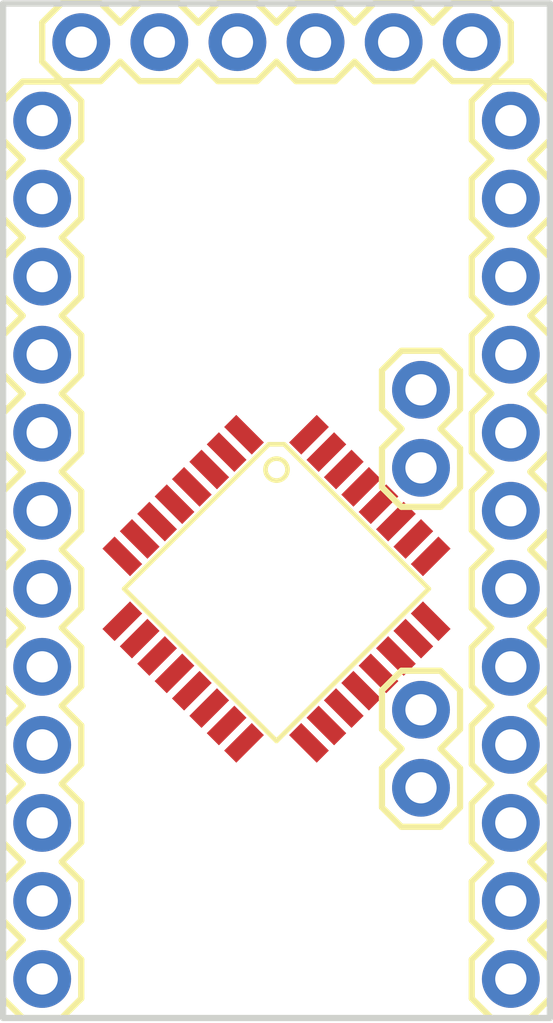
<source format=kicad_pcb>
(kicad_pcb (version 4) (host pcbnew 4.0.0-stable)

  (general
    (links 0)
    (no_connects 0)
    (area 139.598399 88.430099 157.581601 121.653301)
    (thickness 1.6)
    (drawings 10)
    (tracks 0)
    (zones 0)
    (modules 6)
    (nets 1)
  )

  (page A4)
  (layers
    (0 F.Cu signal)
    (31 B.Cu signal)
    (32 B.Adhes user)
    (33 F.Adhes user)
    (34 B.Paste user)
    (35 F.Paste user)
    (36 B.SilkS user)
    (37 F.SilkS user)
    (38 B.Mask user)
    (39 F.Mask user)
    (40 Dwgs.User user)
    (41 Cmts.User user)
    (42 Eco1.User user)
    (43 Eco2.User user)
    (44 Edge.Cuts user)
    (45 Margin user)
    (46 B.CrtYd user)
    (47 F.CrtYd user)
    (48 B.Fab user)
    (49 F.Fab user)
  )

  (setup
    (last_trace_width 0.25)
    (trace_clearance 0.2)
    (zone_clearance 0.508)
    (zone_45_only no)
    (trace_min 0.2)
    (segment_width 0.2)
    (edge_width 0.15)
    (via_size 0.6)
    (via_drill 0.4)
    (via_min_size 0.4)
    (via_min_drill 0.3)
    (uvia_size 0.3)
    (uvia_drill 0.1)
    (uvias_allowed no)
    (uvia_min_size 0.2)
    (uvia_min_drill 0.1)
    (pcb_text_width 0.3)
    (pcb_text_size 1.5 1.5)
    (mod_edge_width 0.15)
    (mod_text_size 1 1)
    (mod_text_width 0.15)
    (pad_size 1.524 1.524)
    (pad_drill 0.762)
    (pad_to_mask_clearance 0.2)
    (aux_axis_origin 0 0)
    (visible_elements FFFFFF7F)
    (pcbplotparams
      (layerselection 0x00030_80000001)
      (usegerberextensions false)
      (excludeedgelayer true)
      (linewidth 0.100000)
      (plotframeref false)
      (viasonmask false)
      (mode 1)
      (useauxorigin false)
      (hpglpennumber 1)
      (hpglpenspeed 20)
      (hpglpendiameter 15)
      (hpglpenoverlay 2)
      (psnegative false)
      (psa4output false)
      (plotreference true)
      (plotvalue true)
      (plotinvisibletext false)
      (padsonsilk false)
      (subtractmaskfromsilk false)
      (outputformat 1)
      (mirror false)
      (drillshape 1)
      (scaleselection 1)
      (outputdirectory ""))
  )

  (net 0 "")

  (net_class Default "Ceci est la Netclass par défaut"
    (clearance 0.2)
    (trace_width 0.25)
    (via_dia 0.6)
    (via_drill 0.4)
    (uvia_dia 0.3)
    (uvia_drill 0.1)
  )
    (module 1X12 (layer B.Cu) (tedit 568C1A7B) (tstamp 0)
    (at 156.21 92.3417 270)
    (fp_text reference JP6 (at 3.1623 3.175 360) (layer Eco1.User)
      (effects (font (size 1.27 1.27) (thickness 0.127)))
    )
    (fp_text value "" (at -1.27 3.81 360) (layer Eco1.User)
      (effects (font (size 1.27 1.27) (thickness 0.1016)))
    )
    (fp_line (start 14.605 -1.27) (end 15.875 -1.27) (layer F.SilkS) (width 0.2032))
    (fp_line (start 15.875 -1.27) (end 16.51 -0.635) (layer F.SilkS) (width 0.2032))
    (fp_line (start 16.51 0.635) (end 15.875 1.27) (layer F.SilkS) (width 0.2032))
    (fp_line (start 11.43 -0.635) (end 12.065 -1.27) (layer F.SilkS) (width 0.2032))
    (fp_line (start 12.065 -1.27) (end 13.335 -1.27) (layer F.SilkS) (width 0.2032))
    (fp_line (start 13.335 -1.27) (end 13.97 -0.635) (layer F.SilkS) (width 0.2032))
    (fp_line (start 13.97 0.635) (end 13.335 1.27) (layer F.SilkS) (width 0.2032))
    (fp_line (start 13.335 1.27) (end 12.065 1.27) (layer F.SilkS) (width 0.2032))
    (fp_line (start 12.065 1.27) (end 11.43 0.635) (layer F.SilkS) (width 0.2032))
    (fp_line (start 14.605 -1.27) (end 13.97 -0.635) (layer F.SilkS) (width 0.2032))
    (fp_line (start 13.97 0.635) (end 14.605 1.27) (layer F.SilkS) (width 0.2032))
    (fp_line (start 15.875 1.27) (end 14.605 1.27) (layer F.SilkS) (width 0.2032))
    (fp_line (start 6.985 -1.27) (end 8.255 -1.27) (layer F.SilkS) (width 0.2032))
    (fp_line (start 8.255 -1.27) (end 8.89 -0.635) (layer F.SilkS) (width 0.2032))
    (fp_line (start 8.89 0.635) (end 8.255 1.27) (layer F.SilkS) (width 0.2032))
    (fp_line (start 8.89 -0.635) (end 9.525 -1.27) (layer F.SilkS) (width 0.2032))
    (fp_line (start 9.525 -1.27) (end 10.795 -1.27) (layer F.SilkS) (width 0.2032))
    (fp_line (start 10.795 -1.27) (end 11.43 -0.635) (layer F.SilkS) (width 0.2032))
    (fp_line (start 11.43 0.635) (end 10.795 1.27) (layer F.SilkS) (width 0.2032))
    (fp_line (start 10.795 1.27) (end 9.525 1.27) (layer F.SilkS) (width 0.2032))
    (fp_line (start 9.525 1.27) (end 8.89 0.635) (layer F.SilkS) (width 0.2032))
    (fp_line (start 3.81 -0.635) (end 4.445 -1.27) (layer F.SilkS) (width 0.2032))
    (fp_line (start 4.445 -1.27) (end 5.715 -1.27) (layer F.SilkS) (width 0.2032))
    (fp_line (start 5.715 -1.27) (end 6.35 -0.635) (layer F.SilkS) (width 0.2032))
    (fp_line (start 6.35 0.635) (end 5.715 1.27) (layer F.SilkS) (width 0.2032))
    (fp_line (start 5.715 1.27) (end 4.445 1.27) (layer F.SilkS) (width 0.2032))
    (fp_line (start 4.445 1.27) (end 3.81 0.635) (layer F.SilkS) (width 0.2032))
    (fp_line (start 6.985 -1.27) (end 6.35 -0.635) (layer F.SilkS) (width 0.2032))
    (fp_line (start 6.35 0.635) (end 6.985 1.27) (layer F.SilkS) (width 0.2032))
    (fp_line (start 8.255 1.27) (end 6.985 1.27) (layer F.SilkS) (width 0.2032))
    (fp_line (start -0.635 -1.27) (end 0.635 -1.27) (layer F.SilkS) (width 0.2032))
    (fp_line (start 0.635 -1.27) (end 1.27 -0.635) (layer F.SilkS) (width 0.2032))
    (fp_line (start 1.27 0.635) (end 0.635 1.27) (layer F.SilkS) (width 0.2032))
    (fp_line (start 1.27 -0.635) (end 1.905 -1.27) (layer F.SilkS) (width 0.2032))
    (fp_line (start 1.905 -1.27) (end 3.175 -1.27) (layer F.SilkS) (width 0.2032))
    (fp_line (start 3.175 -1.27) (end 3.81 -0.635) (layer F.SilkS) (width 0.2032))
    (fp_line (start 3.81 0.635) (end 3.175 1.27) (layer F.SilkS) (width 0.2032))
    (fp_line (start 3.175 1.27) (end 1.905 1.27) (layer F.SilkS) (width 0.2032))
    (fp_line (start 1.905 1.27) (end 1.27 0.635) (layer F.SilkS) (width 0.2032))
    (fp_line (start -1.27 -0.635) (end -1.27 0.635) (layer F.SilkS) (width 0.2032))
    (fp_line (start -0.635 -1.27) (end -1.27 -0.635) (layer F.SilkS) (width 0.2032))
    (fp_line (start -1.27 0.635) (end -0.635 1.27) (layer F.SilkS) (width 0.2032))
    (fp_line (start 0.635 1.27) (end -0.635 1.27) (layer F.SilkS) (width 0.2032))
    (fp_line (start 17.145 -1.27) (end 18.415 -1.27) (layer F.SilkS) (width 0.2032))
    (fp_line (start 18.415 -1.27) (end 19.05 -0.635) (layer F.SilkS) (width 0.2032))
    (fp_line (start 19.05 0.635) (end 18.415 1.27) (layer F.SilkS) (width 0.2032))
    (fp_line (start 17.145 -1.27) (end 16.51 -0.635) (layer F.SilkS) (width 0.2032))
    (fp_line (start 16.51 0.635) (end 17.145 1.27) (layer F.SilkS) (width 0.2032))
    (fp_line (start 18.415 1.27) (end 17.145 1.27) (layer F.SilkS) (width 0.2032))
    (fp_line (start 19.685 -1.27) (end 20.955 -1.27) (layer F.SilkS) (width 0.2032))
    (fp_line (start 20.955 -1.27) (end 21.59 -0.635) (layer F.SilkS) (width 0.2032))
    (fp_line (start 21.59 0.635) (end 20.955 1.27) (layer F.SilkS) (width 0.2032))
    (fp_line (start 19.685 -1.27) (end 19.05 -0.635) (layer F.SilkS) (width 0.2032))
    (fp_line (start 19.05 0.635) (end 19.685 1.27) (layer F.SilkS) (width 0.2032))
    (fp_line (start 20.955 1.27) (end 19.685 1.27) (layer F.SilkS) (width 0.2032))
    (fp_line (start 22.225 -1.27) (end 23.495 -1.27) (layer F.SilkS) (width 0.2032))
    (fp_line (start 23.495 -1.27) (end 24.13 -0.635) (layer F.SilkS) (width 0.2032))
    (fp_line (start 24.13 0.635) (end 23.495 1.27) (layer F.SilkS) (width 0.2032))
    (fp_line (start 22.225 -1.27) (end 21.59 -0.635) (layer F.SilkS) (width 0.2032))
    (fp_line (start 21.59 0.635) (end 22.225 1.27) (layer F.SilkS) (width 0.2032))
    (fp_line (start 23.495 1.27) (end 22.225 1.27) (layer F.SilkS) (width 0.2032))
    (fp_line (start 24.765 -1.27) (end 26.035 -1.27) (layer F.SilkS) (width 0.2032))
    (fp_line (start 26.035 -1.27) (end 26.67 -0.635) (layer F.SilkS) (width 0.2032))
    (fp_line (start 26.67 0.635) (end 26.035 1.27) (layer F.SilkS) (width 0.2032))
    (fp_line (start 24.765 -1.27) (end 24.13 -0.635) (layer F.SilkS) (width 0.2032))
    (fp_line (start 24.13 0.635) (end 24.765 1.27) (layer F.SilkS) (width 0.2032))
    (fp_line (start 26.035 1.27) (end 24.765 1.27) (layer F.SilkS) (width 0.2032))
    (fp_line (start 27.305 -1.27) (end 28.575 -1.27) (layer F.SilkS) (width 0.2032))
    (fp_line (start 28.575 -1.27) (end 29.21 -0.635) (layer F.SilkS) (width 0.2032))
    (fp_line (start 29.21 -0.635) (end 29.21 0.635) (layer F.SilkS) (width 0.2032))
    (fp_line (start 29.21 0.635) (end 28.575 1.27) (layer F.SilkS) (width 0.2032))
    (fp_line (start 27.305 -1.27) (end 26.67 -0.635) (layer F.SilkS) (width 0.2032))
    (fp_line (start 26.67 0.635) (end 27.305 1.27) (layer F.SilkS) (width 0.2032))
    (fp_line (start 28.575 1.27) (end 27.305 1.27) (layer F.SilkS) (width 0.2032))
    (fp_line (start 14.986 0.254) (end 15.494 0.254) (layer Cmts.User) (width 0.127))
    (fp_line (start 15.494 0.254) (end 15.494 -0.254) (layer Cmts.User) (width 0.127))
    (fp_line (start 15.494 -0.254) (end 14.986 -0.254) (layer Cmts.User) (width 0.127))
    (fp_line (start 14.986 -0.254) (end 14.986 0.254) (layer Cmts.User) (width 0.127))
    (fp_line (start 12.446 0.254) (end 12.954 0.254) (layer Cmts.User) (width 0.127))
    (fp_line (start 12.954 0.254) (end 12.954 -0.254) (layer Cmts.User) (width 0.127))
    (fp_line (start 12.954 -0.254) (end 12.446 -0.254) (layer Cmts.User) (width 0.127))
    (fp_line (start 12.446 -0.254) (end 12.446 0.254) (layer Cmts.User) (width 0.127))
    (fp_line (start 9.906 0.254) (end 10.414 0.254) (layer Cmts.User) (width 0.127))
    (fp_line (start 10.414 0.254) (end 10.414 -0.254) (layer Cmts.User) (width 0.127))
    (fp_line (start 10.414 -0.254) (end 9.906 -0.254) (layer Cmts.User) (width 0.127))
    (fp_line (start 9.906 -0.254) (end 9.906 0.254) (layer Cmts.User) (width 0.127))
    (fp_line (start 7.366 0.254) (end 7.874 0.254) (layer Cmts.User) (width 0.127))
    (fp_line (start 7.874 0.254) (end 7.874 -0.254) (layer Cmts.User) (width 0.127))
    (fp_line (start 7.874 -0.254) (end 7.366 -0.254) (layer Cmts.User) (width 0.127))
    (fp_line (start 7.366 -0.254) (end 7.366 0.254) (layer Cmts.User) (width 0.127))
    (fp_line (start 4.826 0.254) (end 5.334 0.254) (layer Cmts.User) (width 0.127))
    (fp_line (start 5.334 0.254) (end 5.334 -0.254) (layer Cmts.User) (width 0.127))
    (fp_line (start 5.334 -0.254) (end 4.826 -0.254) (layer Cmts.User) (width 0.127))
    (fp_line (start 4.826 -0.254) (end 4.826 0.254) (layer Cmts.User) (width 0.127))
    (fp_line (start 2.286 0.254) (end 2.794 0.254) (layer Cmts.User) (width 0.127))
    (fp_line (start 2.794 0.254) (end 2.794 -0.254) (layer Cmts.User) (width 0.127))
    (fp_line (start 2.794 -0.254) (end 2.286 -0.254) (layer Cmts.User) (width 0.127))
    (fp_line (start 2.286 -0.254) (end 2.286 0.254) (layer Cmts.User) (width 0.127))
    (fp_line (start -0.254 0.254) (end 0.254 0.254) (layer Cmts.User) (width 0.127))
    (fp_line (start 0.254 0.254) (end 0.254 -0.254) (layer Cmts.User) (width 0.127))
    (fp_line (start 0.254 -0.254) (end -0.254 -0.254) (layer Cmts.User) (width 0.127))
    (fp_line (start -0.254 -0.254) (end -0.254 0.254) (layer Cmts.User) (width 0.127))
    (fp_line (start 17.526 0.254) (end 18.034 0.254) (layer Cmts.User) (width 0.127))
    (fp_line (start 18.034 0.254) (end 18.034 -0.254) (layer Cmts.User) (width 0.127))
    (fp_line (start 18.034 -0.254) (end 17.526 -0.254) (layer Cmts.User) (width 0.127))
    (fp_line (start 17.526 -0.254) (end 17.526 0.254) (layer Cmts.User) (width 0.127))
    (fp_line (start 20.066 0.254) (end 20.574 0.254) (layer Cmts.User) (width 0.127))
    (fp_line (start 20.574 0.254) (end 20.574 -0.254) (layer Cmts.User) (width 0.127))
    (fp_line (start 20.574 -0.254) (end 20.066 -0.254) (layer Cmts.User) (width 0.127))
    (fp_line (start 20.066 -0.254) (end 20.066 0.254) (layer Cmts.User) (width 0.127))
    (fp_line (start 22.606 0.254) (end 23.114 0.254) (layer Cmts.User) (width 0.127))
    (fp_line (start 23.114 0.254) (end 23.114 -0.254) (layer Cmts.User) (width 0.127))
    (fp_line (start 23.114 -0.254) (end 22.606 -0.254) (layer Cmts.User) (width 0.127))
    (fp_line (start 22.606 -0.254) (end 22.606 0.254) (layer Cmts.User) (width 0.127))
    (fp_line (start 25.146 0.254) (end 25.654 0.254) (layer Cmts.User) (width 0.127))
    (fp_line (start 25.654 0.254) (end 25.654 -0.254) (layer Cmts.User) (width 0.127))
    (fp_line (start 25.654 -0.254) (end 25.146 -0.254) (layer Cmts.User) (width 0.127))
    (fp_line (start 25.146 -0.254) (end 25.146 0.254) (layer Cmts.User) (width 0.127))
    (fp_line (start 27.686 0.254) (end 28.194 0.254) (layer Cmts.User) (width 0.127))
    (fp_line (start 28.194 0.254) (end 28.194 -0.254) (layer Cmts.User) (width 0.127))
    (fp_line (start 28.194 -0.254) (end 27.686 -0.254) (layer Cmts.User) (width 0.127))
    (fp_line (start 27.686 -0.254) (end 27.686 0.254) (layer Cmts.User) (width 0.127))
    (pad 1 thru_hole oval (at 0 0) (size 1.8796 1.8796) (drill 1.016) (layers *.Cu *.Mask))
    (pad 2 thru_hole oval (at 2.54 0) (size 1.8796 1.8796) (drill 1.016) (layers *.Cu *.Mask))
    (pad 3 thru_hole oval (at 5.08 0) (size 1.8796 1.8796) (drill 1.016) (layers *.Cu *.Mask))
    (pad 4 thru_hole oval (at 7.62 0) (size 1.8796 1.8796) (drill 1.016) (layers *.Cu *.Mask))
    (pad 5 thru_hole oval (at 10.16 0) (size 1.8796 1.8796) (drill 1.016) (layers *.Cu *.Mask))
    (pad 6 thru_hole oval (at 12.7 0) (size 1.8796 1.8796) (drill 1.016) (layers *.Cu *.Mask))
    (pad 7 thru_hole oval (at 15.24 0) (size 1.8796 1.8796) (drill 1.016) (layers *.Cu *.Mask))
    (pad 8 thru_hole oval (at 17.78 0) (size 1.8796 1.8796) (drill 1.016) (layers *.Cu *.Mask))
    (pad 9 thru_hole oval (at 20.32 0) (size 1.8796 1.8796) (drill 1.016) (layers *.Cu *.Mask))
    (pad 10 thru_hole oval (at 22.86 0) (size 1.8796 1.8796) (drill 1.016) (layers *.Cu *.Mask))
    (pad 11 thru_hole oval (at 25.4 0) (size 1.8796 1.8796) (drill 1.016) (layers *.Cu *.Mask))
    (pad 12 thru_hole oval (at 27.94 0) (size 1.8796 1.8796) (drill 1.016) (layers *.Cu *.Mask))
  )

  (module 1X12 (layer B.Cu) (tedit 568C1A80) (tstamp 0)
    (at 140.97 120.2817 90)
    (fp_text reference JP7 (at -0.1143 3.429 360) (layer Eco1.User)
      (effects (font (size 1.27 1.27) (thickness 0.127)))
    )
    (fp_text value "" (at -1.27 3.81 360) (layer Eco1.User)
      (effects (font (size 1.27 1.27) (thickness 0.1016)))
    )
    (fp_line (start 14.605 -1.27) (end 15.875 -1.27) (layer F.SilkS) (width 0.2032))
    (fp_line (start 15.875 -1.27) (end 16.51 -0.635) (layer F.SilkS) (width 0.2032))
    (fp_line (start 16.51 0.635) (end 15.875 1.27) (layer F.SilkS) (width 0.2032))
    (fp_line (start 11.43 -0.635) (end 12.065 -1.27) (layer F.SilkS) (width 0.2032))
    (fp_line (start 12.065 -1.27) (end 13.335 -1.27) (layer F.SilkS) (width 0.2032))
    (fp_line (start 13.335 -1.27) (end 13.97 -0.635) (layer F.SilkS) (width 0.2032))
    (fp_line (start 13.97 0.635) (end 13.335 1.27) (layer F.SilkS) (width 0.2032))
    (fp_line (start 13.335 1.27) (end 12.065 1.27) (layer F.SilkS) (width 0.2032))
    (fp_line (start 12.065 1.27) (end 11.43 0.635) (layer F.SilkS) (width 0.2032))
    (fp_line (start 14.605 -1.27) (end 13.97 -0.635) (layer F.SilkS) (width 0.2032))
    (fp_line (start 13.97 0.635) (end 14.605 1.27) (layer F.SilkS) (width 0.2032))
    (fp_line (start 15.875 1.27) (end 14.605 1.27) (layer F.SilkS) (width 0.2032))
    (fp_line (start 6.985 -1.27) (end 8.255 -1.27) (layer F.SilkS) (width 0.2032))
    (fp_line (start 8.255 -1.27) (end 8.89 -0.635) (layer F.SilkS) (width 0.2032))
    (fp_line (start 8.89 0.635) (end 8.255 1.27) (layer F.SilkS) (width 0.2032))
    (fp_line (start 8.89 -0.635) (end 9.525 -1.27) (layer F.SilkS) (width 0.2032))
    (fp_line (start 9.525 -1.27) (end 10.795 -1.27) (layer F.SilkS) (width 0.2032))
    (fp_line (start 10.795 -1.27) (end 11.43 -0.635) (layer F.SilkS) (width 0.2032))
    (fp_line (start 11.43 0.635) (end 10.795 1.27) (layer F.SilkS) (width 0.2032))
    (fp_line (start 10.795 1.27) (end 9.525 1.27) (layer F.SilkS) (width 0.2032))
    (fp_line (start 9.525 1.27) (end 8.89 0.635) (layer F.SilkS) (width 0.2032))
    (fp_line (start 3.81 -0.635) (end 4.445 -1.27) (layer F.SilkS) (width 0.2032))
    (fp_line (start 4.445 -1.27) (end 5.715 -1.27) (layer F.SilkS) (width 0.2032))
    (fp_line (start 5.715 -1.27) (end 6.35 -0.635) (layer F.SilkS) (width 0.2032))
    (fp_line (start 6.35 0.635) (end 5.715 1.27) (layer F.SilkS) (width 0.2032))
    (fp_line (start 5.715 1.27) (end 4.445 1.27) (layer F.SilkS) (width 0.2032))
    (fp_line (start 4.445 1.27) (end 3.81 0.635) (layer F.SilkS) (width 0.2032))
    (fp_line (start 6.985 -1.27) (end 6.35 -0.635) (layer F.SilkS) (width 0.2032))
    (fp_line (start 6.35 0.635) (end 6.985 1.27) (layer F.SilkS) (width 0.2032))
    (fp_line (start 8.255 1.27) (end 6.985 1.27) (layer F.SilkS) (width 0.2032))
    (fp_line (start -0.635 -1.27) (end 0.635 -1.27) (layer F.SilkS) (width 0.2032))
    (fp_line (start 0.635 -1.27) (end 1.27 -0.635) (layer F.SilkS) (width 0.2032))
    (fp_line (start 1.27 0.635) (end 0.635 1.27) (layer F.SilkS) (width 0.2032))
    (fp_line (start 1.27 -0.635) (end 1.905 -1.27) (layer F.SilkS) (width 0.2032))
    (fp_line (start 1.905 -1.27) (end 3.175 -1.27) (layer F.SilkS) (width 0.2032))
    (fp_line (start 3.175 -1.27) (end 3.81 -0.635) (layer F.SilkS) (width 0.2032))
    (fp_line (start 3.81 0.635) (end 3.175 1.27) (layer F.SilkS) (width 0.2032))
    (fp_line (start 3.175 1.27) (end 1.905 1.27) (layer F.SilkS) (width 0.2032))
    (fp_line (start 1.905 1.27) (end 1.27 0.635) (layer F.SilkS) (width 0.2032))
    (fp_line (start -1.27 -0.635) (end -1.27 0.635) (layer F.SilkS) (width 0.2032))
    (fp_line (start -0.635 -1.27) (end -1.27 -0.635) (layer F.SilkS) (width 0.2032))
    (fp_line (start -1.27 0.635) (end -0.635 1.27) (layer F.SilkS) (width 0.2032))
    (fp_line (start 0.635 1.27) (end -0.635 1.27) (layer F.SilkS) (width 0.2032))
    (fp_line (start 17.145 -1.27) (end 18.415 -1.27) (layer F.SilkS) (width 0.2032))
    (fp_line (start 18.415 -1.27) (end 19.05 -0.635) (layer F.SilkS) (width 0.2032))
    (fp_line (start 19.05 0.635) (end 18.415 1.27) (layer F.SilkS) (width 0.2032))
    (fp_line (start 17.145 -1.27) (end 16.51 -0.635) (layer F.SilkS) (width 0.2032))
    (fp_line (start 16.51 0.635) (end 17.145 1.27) (layer F.SilkS) (width 0.2032))
    (fp_line (start 18.415 1.27) (end 17.145 1.27) (layer F.SilkS) (width 0.2032))
    (fp_line (start 19.685 -1.27) (end 20.955 -1.27) (layer F.SilkS) (width 0.2032))
    (fp_line (start 20.955 -1.27) (end 21.59 -0.635) (layer F.SilkS) (width 0.2032))
    (fp_line (start 21.59 0.635) (end 20.955 1.27) (layer F.SilkS) (width 0.2032))
    (fp_line (start 19.685 -1.27) (end 19.05 -0.635) (layer F.SilkS) (width 0.2032))
    (fp_line (start 19.05 0.635) (end 19.685 1.27) (layer F.SilkS) (width 0.2032))
    (fp_line (start 20.955 1.27) (end 19.685 1.27) (layer F.SilkS) (width 0.2032))
    (fp_line (start 22.225 -1.27) (end 23.495 -1.27) (layer F.SilkS) (width 0.2032))
    (fp_line (start 23.495 -1.27) (end 24.13 -0.635) (layer F.SilkS) (width 0.2032))
    (fp_line (start 24.13 0.635) (end 23.495 1.27) (layer F.SilkS) (width 0.2032))
    (fp_line (start 22.225 -1.27) (end 21.59 -0.635) (layer F.SilkS) (width 0.2032))
    (fp_line (start 21.59 0.635) (end 22.225 1.27) (layer F.SilkS) (width 0.2032))
    (fp_line (start 23.495 1.27) (end 22.225 1.27) (layer F.SilkS) (width 0.2032))
    (fp_line (start 24.765 -1.27) (end 26.035 -1.27) (layer F.SilkS) (width 0.2032))
    (fp_line (start 26.035 -1.27) (end 26.67 -0.635) (layer F.SilkS) (width 0.2032))
    (fp_line (start 26.67 0.635) (end 26.035 1.27) (layer F.SilkS) (width 0.2032))
    (fp_line (start 24.765 -1.27) (end 24.13 -0.635) (layer F.SilkS) (width 0.2032))
    (fp_line (start 24.13 0.635) (end 24.765 1.27) (layer F.SilkS) (width 0.2032))
    (fp_line (start 26.035 1.27) (end 24.765 1.27) (layer F.SilkS) (width 0.2032))
    (fp_line (start 27.305 -1.27) (end 28.575 -1.27) (layer F.SilkS) (width 0.2032))
    (fp_line (start 28.575 -1.27) (end 29.21 -0.635) (layer F.SilkS) (width 0.2032))
    (fp_line (start 29.21 -0.635) (end 29.21 0.635) (layer F.SilkS) (width 0.2032))
    (fp_line (start 29.21 0.635) (end 28.575 1.27) (layer F.SilkS) (width 0.2032))
    (fp_line (start 27.305 -1.27) (end 26.67 -0.635) (layer F.SilkS) (width 0.2032))
    (fp_line (start 26.67 0.635) (end 27.305 1.27) (layer F.SilkS) (width 0.2032))
    (fp_line (start 28.575 1.27) (end 27.305 1.27) (layer F.SilkS) (width 0.2032))
    (fp_line (start 14.986 0.254) (end 15.494 0.254) (layer Cmts.User) (width 0.127))
    (fp_line (start 15.494 0.254) (end 15.494 -0.254) (layer Cmts.User) (width 0.127))
    (fp_line (start 15.494 -0.254) (end 14.986 -0.254) (layer Cmts.User) (width 0.127))
    (fp_line (start 14.986 -0.254) (end 14.986 0.254) (layer Cmts.User) (width 0.127))
    (fp_line (start 12.446 0.254) (end 12.954 0.254) (layer Cmts.User) (width 0.127))
    (fp_line (start 12.954 0.254) (end 12.954 -0.254) (layer Cmts.User) (width 0.127))
    (fp_line (start 12.954 -0.254) (end 12.446 -0.254) (layer Cmts.User) (width 0.127))
    (fp_line (start 12.446 -0.254) (end 12.446 0.254) (layer Cmts.User) (width 0.127))
    (fp_line (start 9.906 0.254) (end 10.414 0.254) (layer Cmts.User) (width 0.127))
    (fp_line (start 10.414 0.254) (end 10.414 -0.254) (layer Cmts.User) (width 0.127))
    (fp_line (start 10.414 -0.254) (end 9.906 -0.254) (layer Cmts.User) (width 0.127))
    (fp_line (start 9.906 -0.254) (end 9.906 0.254) (layer Cmts.User) (width 0.127))
    (fp_line (start 7.366 0.254) (end 7.874 0.254) (layer Cmts.User) (width 0.127))
    (fp_line (start 7.874 0.254) (end 7.874 -0.254) (layer Cmts.User) (width 0.127))
    (fp_line (start 7.874 -0.254) (end 7.366 -0.254) (layer Cmts.User) (width 0.127))
    (fp_line (start 7.366 -0.254) (end 7.366 0.254) (layer Cmts.User) (width 0.127))
    (fp_line (start 4.826 0.254) (end 5.334 0.254) (layer Cmts.User) (width 0.127))
    (fp_line (start 5.334 0.254) (end 5.334 -0.254) (layer Cmts.User) (width 0.127))
    (fp_line (start 5.334 -0.254) (end 4.826 -0.254) (layer Cmts.User) (width 0.127))
    (fp_line (start 4.826 -0.254) (end 4.826 0.254) (layer Cmts.User) (width 0.127))
    (fp_line (start 2.286 0.254) (end 2.794 0.254) (layer Cmts.User) (width 0.127))
    (fp_line (start 2.794 0.254) (end 2.794 -0.254) (layer Cmts.User) (width 0.127))
    (fp_line (start 2.794 -0.254) (end 2.286 -0.254) (layer Cmts.User) (width 0.127))
    (fp_line (start 2.286 -0.254) (end 2.286 0.254) (layer Cmts.User) (width 0.127))
    (fp_line (start -0.254 0.254) (end 0.254 0.254) (layer Cmts.User) (width 0.127))
    (fp_line (start 0.254 0.254) (end 0.254 -0.254) (layer Cmts.User) (width 0.127))
    (fp_line (start 0.254 -0.254) (end -0.254 -0.254) (layer Cmts.User) (width 0.127))
    (fp_line (start -0.254 -0.254) (end -0.254 0.254) (layer Cmts.User) (width 0.127))
    (fp_line (start 17.526 0.254) (end 18.034 0.254) (layer Cmts.User) (width 0.127))
    (fp_line (start 18.034 0.254) (end 18.034 -0.254) (layer Cmts.User) (width 0.127))
    (fp_line (start 18.034 -0.254) (end 17.526 -0.254) (layer Cmts.User) (width 0.127))
    (fp_line (start 17.526 -0.254) (end 17.526 0.254) (layer Cmts.User) (width 0.127))
    (fp_line (start 20.066 0.254) (end 20.574 0.254) (layer Cmts.User) (width 0.127))
    (fp_line (start 20.574 0.254) (end 20.574 -0.254) (layer Cmts.User) (width 0.127))
    (fp_line (start 20.574 -0.254) (end 20.066 -0.254) (layer Cmts.User) (width 0.127))
    (fp_line (start 20.066 -0.254) (end 20.066 0.254) (layer Cmts.User) (width 0.127))
    (fp_line (start 22.606 0.254) (end 23.114 0.254) (layer Cmts.User) (width 0.127))
    (fp_line (start 23.114 0.254) (end 23.114 -0.254) (layer Cmts.User) (width 0.127))
    (fp_line (start 23.114 -0.254) (end 22.606 -0.254) (layer Cmts.User) (width 0.127))
    (fp_line (start 22.606 -0.254) (end 22.606 0.254) (layer Cmts.User) (width 0.127))
    (fp_line (start 25.146 0.254) (end 25.654 0.254) (layer Cmts.User) (width 0.127))
    (fp_line (start 25.654 0.254) (end 25.654 -0.254) (layer Cmts.User) (width 0.127))
    (fp_line (start 25.654 -0.254) (end 25.146 -0.254) (layer Cmts.User) (width 0.127))
    (fp_line (start 25.146 -0.254) (end 25.146 0.254) (layer Cmts.User) (width 0.127))
    (fp_line (start 27.686 0.254) (end 28.194 0.254) (layer Cmts.User) (width 0.127))
    (fp_line (start 28.194 0.254) (end 28.194 -0.254) (layer Cmts.User) (width 0.127))
    (fp_line (start 28.194 -0.254) (end 27.686 -0.254) (layer Cmts.User) (width 0.127))
    (fp_line (start 27.686 -0.254) (end 27.686 0.254) (layer Cmts.User) (width 0.127))
    (pad 1 thru_hole oval (at 0 0 180) (size 1.8796 1.8796) (drill 1.016) (layers *.Cu *.Mask))
    (pad 2 thru_hole oval (at 2.54 0 180) (size 1.8796 1.8796) (drill 1.016) (layers *.Cu *.Mask))
    (pad 3 thru_hole oval (at 5.08 0 180) (size 1.8796 1.8796) (drill 1.016) (layers *.Cu *.Mask))
    (pad 4 thru_hole oval (at 7.62 0 180) (size 1.8796 1.8796) (drill 1.016) (layers *.Cu *.Mask))
    (pad 5 thru_hole oval (at 10.16 0 180) (size 1.8796 1.8796) (drill 1.016) (layers *.Cu *.Mask))
    (pad 6 thru_hole oval (at 12.7 0 180) (size 1.8796 1.8796) (drill 1.016) (layers *.Cu *.Mask))
    (pad 7 thru_hole oval (at 15.24 0 180) (size 1.8796 1.8796) (drill 1.016) (layers *.Cu *.Mask))
    (pad 8 thru_hole oval (at 17.78 0 180) (size 1.8796 1.8796) (drill 1.016) (layers *.Cu *.Mask))
    (pad 9 thru_hole oval (at 20.32 0 180) (size 1.8796 1.8796) (drill 1.016) (layers *.Cu *.Mask))
    (pad 10 thru_hole oval (at 22.86 0 180) (size 1.8796 1.8796) (drill 1.016) (layers *.Cu *.Mask))
    (pad 11 thru_hole oval (at 25.4 0 180) (size 1.8796 1.8796) (drill 1.016) (layers *.Cu *.Mask))
    (pad 12 thru_hole oval (at 27.94 0 180) (size 1.8796 1.8796) (drill 1.016) (layers *.Cu *.Mask))
  )

  (module 1X02 (layer B.Cu) (tedit 568C1A51) (tstamp 0)
    (at 153.289 103.6447 90)
    (fp_text reference JP2 (at 4.5847 -0.127 360) (layer Eco1.User)
      (effects (font (size 1.27 1.27) (thickness 0.127)))
    )
    (fp_text value "" (at -1.27 3.81 360) (layer Eco1.User)
      (effects (font (size 1.27 1.27) (thickness 0.1016)))
    )
    (fp_line (start -0.635 -1.27) (end 0.635 -1.27) (layer F.SilkS) (width 0.2032))
    (fp_line (start 0.635 -1.27) (end 1.27 -0.635) (layer F.SilkS) (width 0.2032))
    (fp_line (start 1.27 0.635) (end 0.635 1.27) (layer F.SilkS) (width 0.2032))
    (fp_line (start 1.27 -0.635) (end 1.905 -1.27) (layer F.SilkS) (width 0.2032))
    (fp_line (start 1.905 -1.27) (end 3.175 -1.27) (layer F.SilkS) (width 0.2032))
    (fp_line (start 3.175 -1.27) (end 3.81 -0.635) (layer F.SilkS) (width 0.2032))
    (fp_line (start 3.81 0.635) (end 3.175 1.27) (layer F.SilkS) (width 0.2032))
    (fp_line (start 3.175 1.27) (end 1.905 1.27) (layer F.SilkS) (width 0.2032))
    (fp_line (start 1.905 1.27) (end 1.27 0.635) (layer F.SilkS) (width 0.2032))
    (fp_line (start -1.27 -0.635) (end -1.27 0.635) (layer F.SilkS) (width 0.2032))
    (fp_line (start -0.635 -1.27) (end -1.27 -0.635) (layer F.SilkS) (width 0.2032))
    (fp_line (start -1.27 0.635) (end -0.635 1.27) (layer F.SilkS) (width 0.2032))
    (fp_line (start 0.635 1.27) (end -0.635 1.27) (layer F.SilkS) (width 0.2032))
    (fp_line (start 3.81 -0.635) (end 3.81 0.635) (layer F.SilkS) (width 0.2032))
    (fp_line (start 2.286 0.254) (end 2.794 0.254) (layer Cmts.User) (width 0.127))
    (fp_line (start 2.794 0.254) (end 2.794 -0.254) (layer Cmts.User) (width 0.127))
    (fp_line (start 2.794 -0.254) (end 2.286 -0.254) (layer Cmts.User) (width 0.127))
    (fp_line (start 2.286 -0.254) (end 2.286 0.254) (layer Cmts.User) (width 0.127))
    (fp_line (start -0.254 0.254) (end 0.254 0.254) (layer Cmts.User) (width 0.127))
    (fp_line (start 0.254 0.254) (end 0.254 -0.254) (layer Cmts.User) (width 0.127))
    (fp_line (start 0.254 -0.254) (end -0.254 -0.254) (layer Cmts.User) (width 0.127))
    (fp_line (start -0.254 -0.254) (end -0.254 0.254) (layer Cmts.User) (width 0.127))
    (pad 1 thru_hole oval (at 0 0 180) (size 1.8796 1.8796) (drill 1.016) (layers *.Cu *.Mask))
    (pad 2 thru_hole oval (at 2.54 0 180) (size 1.8796 1.8796) (drill 1.016) (layers *.Cu *.Mask))
  )
  
    (module TQFP32-08 (layer F.Cu) (tedit 568C1A55) (tstamp 0)
    (at 148.59 107.5817 315)
    (descr "<B>Thin Plasic Quad Flat Package</B> Grid 0.8 mm")
    (fp_text reference U1 (at -0.457993 -0.457993 360) (layer Eco1.User)
      (effects (font (size 0.4064 0.4064) (thickness 0.03048)))
    )
    (fp_text value ATMEGA328 (at 0.260427 0.080822 360) (layer Eco1.User)
      (effects (font (size 0.4064 0.4064) (thickness 0.03048)))
    )
    (fp_line (start 3.50266 -3.50266) (end 3.50266 3.50266) (layer F.SilkS) (width 0.1524))
    (fp_line (start 3.50266 3.50266) (end -3.50266 3.50266) (layer F.SilkS) (width 0.1524))
    (fp_line (start -3.50266 3.50266) (end -3.50266 -3.1496) (layer F.SilkS) (width 0.1524))
    (fp_line (start -3.1496 -3.50266) (end 3.50266 -3.50266) (layer F.SilkS) (width 0.1524))
    (fp_line (start -3.1496 -3.50266) (end -3.50266 -3.1496) (layer F.SilkS) (width 0.1524))
    (fp_circle (center -2.7432 -2.7432) (end -2.38506 -2.7432) (layer F.SilkS) (width 0.1524))
    (fp_line (start -4.5466 -2.57048) (end -3.556 -2.57048) (layer Cmts.User) (width 0.127))
    (fp_line (start -3.556 -2.57048) (end -3.556 -3.02768) (layer Cmts.User) (width 0.127))
    (fp_line (start -3.556 -3.02768) (end -4.5466 -3.02768) (layer Cmts.User) (width 0.127))
    (fp_line (start -4.5466 -3.02768) (end -4.5466 -2.57048) (layer Cmts.User) (width 0.127))
    (fp_line (start -4.5466 -1.77038) (end -3.556 -1.77038) (layer Cmts.User) (width 0.127))
    (fp_line (start -3.556 -1.77038) (end -3.556 -2.22758) (layer Cmts.User) (width 0.127))
    (fp_line (start -3.556 -2.22758) (end -4.5466 -2.22758) (layer Cmts.User) (width 0.127))
    (fp_line (start -4.5466 -2.22758) (end -4.5466 -1.77038) (layer Cmts.User) (width 0.127))
    (fp_line (start -4.5466 -0.97028) (end -3.556 -0.97028) (layer Cmts.User) (width 0.127))
    (fp_line (start -3.556 -0.97028) (end -3.556 -1.42748) (layer Cmts.User) (width 0.127))
    (fp_line (start -3.556 -1.42748) (end -4.5466 -1.42748) (layer Cmts.User) (width 0.127))
    (fp_line (start -4.5466 -1.42748) (end -4.5466 -0.97028) (layer Cmts.User) (width 0.127))
    (fp_line (start -4.5466 -0.17018) (end -3.556 -0.17018) (layer Cmts.User) (width 0.127))
    (fp_line (start -3.556 -0.17018) (end -3.556 -0.62738) (layer Cmts.User) (width 0.127))
    (fp_line (start -3.556 -0.62738) (end -4.5466 -0.62738) (layer Cmts.User) (width 0.127))
    (fp_line (start -4.5466 -0.62738) (end -4.5466 -0.17018) (layer Cmts.User) (width 0.127))
    (fp_line (start -4.5466 0.62738) (end -3.556 0.62738) (layer Cmts.User) (width 0.127))
    (fp_line (start -3.556 0.62738) (end -3.556 0.17018) (layer Cmts.User) (width 0.127))
    (fp_line (start -3.556 0.17018) (end -4.5466 0.17018) (layer Cmts.User) (width 0.127))
    (fp_line (start -4.5466 0.17018) (end -4.5466 0.62738) (layer Cmts.User) (width 0.127))
    (fp_line (start -4.5466 1.42748) (end -3.556 1.42748) (layer Cmts.User) (width 0.127))
    (fp_line (start -3.556 1.42748) (end -3.556 0.97028) (layer Cmts.User) (width 0.127))
    (fp_line (start -3.556 0.97028) (end -4.5466 0.97028) (layer Cmts.User) (width 0.127))
    (fp_line (start -4.5466 0.97028) (end -4.5466 1.42748) (layer Cmts.User) (width 0.127))
    (fp_line (start -4.5466 2.22758) (end -3.556 2.22758) (layer Cmts.User) (width 0.127))
    (fp_line (start -3.556 2.22758) (end -3.556 1.77038) (layer Cmts.User) (width 0.127))
    (fp_line (start -3.556 1.77038) (end -4.5466 1.77038) (layer Cmts.User) (width 0.127))
    (fp_line (start -4.5466 1.77038) (end -4.5466 2.22758) (layer Cmts.User) (width 0.127))
    (fp_line (start -4.5466 3.02768) (end -3.556 3.02768) (layer Cmts.User) (width 0.127))
    (fp_line (start -3.556 3.02768) (end -3.556 2.57048) (layer Cmts.User) (width 0.127))
    (fp_line (start -3.556 2.57048) (end -4.5466 2.57048) (layer Cmts.User) (width 0.127))
    (fp_line (start -4.5466 2.57048) (end -4.5466 3.02768) (layer Cmts.User) (width 0.127))
    (fp_line (start -3.02768 4.5466) (end -2.57048 4.5466) (layer Cmts.User) (width 0.127))
    (fp_line (start -2.57048 4.5466) (end -2.57048 3.556) (layer Cmts.User) (width 0.127))
    (fp_line (start -2.57048 3.556) (end -3.02768 3.556) (layer Cmts.User) (width 0.127))
    (fp_line (start -3.02768 3.556) (end -3.02768 4.5466) (layer Cmts.User) (width 0.127))
    (fp_line (start -2.22758 4.5466) (end -1.77038 4.5466) (layer Cmts.User) (width 0.127))
    (fp_line (start -1.77038 4.5466) (end -1.77038 3.556) (layer Cmts.User) (width 0.127))
    (fp_line (start -1.77038 3.556) (end -2.22758 3.556) (layer Cmts.User) (width 0.127))
    (fp_line (start -2.22758 3.556) (end -2.22758 4.5466) (layer Cmts.User) (width 0.127))
    (fp_line (start -1.42748 4.5466) (end -0.97028 4.5466) (layer Cmts.User) (width 0.127))
    (fp_line (start -0.97028 4.5466) (end -0.97028 3.556) (layer Cmts.User) (width 0.127))
    (fp_line (start -0.97028 3.556) (end -1.42748 3.556) (layer Cmts.User) (width 0.127))
    (fp_line (start -1.42748 3.556) (end -1.42748 4.5466) (layer Cmts.User) (width 0.127))
    (fp_line (start -0.62738 4.5466) (end -0.17018 4.5466) (layer Cmts.User) (width 0.127))
    (fp_line (start -0.17018 4.5466) (end -0.17018 3.556) (layer Cmts.User) (width 0.127))
    (fp_line (start -0.17018 3.556) (end -0.62738 3.556) (layer Cmts.User) (width 0.127))
    (fp_line (start -0.62738 3.556) (end -0.62738 4.5466) (layer Cmts.User) (width 0.127))
    (fp_line (start 0.17018 4.5466) (end 0.62738 4.5466) (layer Cmts.User) (width 0.127))
    (fp_line (start 0.62738 4.5466) (end 0.62738 3.556) (layer Cmts.User) (width 0.127))
    (fp_line (start 0.62738 3.556) (end 0.17018 3.556) (layer Cmts.User) (width 0.127))
    (fp_line (start 0.17018 3.556) (end 0.17018 4.5466) (layer Cmts.User) (width 0.127))
    (fp_line (start 0.97028 4.5466) (end 1.42748 4.5466) (layer Cmts.User) (width 0.127))
    (fp_line (start 1.42748 4.5466) (end 1.42748 3.556) (layer Cmts.User) (width 0.127))
    (fp_line (start 1.42748 3.556) (end 0.97028 3.556) (layer Cmts.User) (width 0.127))
    (fp_line (start 0.97028 3.556) (end 0.97028 4.5466) (layer Cmts.User) (width 0.127))
    (fp_line (start 1.77038 4.5466) (end 2.22758 4.5466) (layer Cmts.User) (width 0.127))
    (fp_line (start 2.22758 4.5466) (end 2.22758 3.556) (layer Cmts.User) (width 0.127))
    (fp_line (start 2.22758 3.556) (end 1.77038 3.556) (layer Cmts.User) (width 0.127))
    (fp_line (start 1.77038 3.556) (end 1.77038 4.5466) (layer Cmts.User) (width 0.127))
    (fp_line (start 2.57048 4.5466) (end 3.02768 4.5466) (layer Cmts.User) (width 0.127))
    (fp_line (start 3.02768 4.5466) (end 3.02768 3.556) (layer Cmts.User) (width 0.127))
    (fp_line (start 3.02768 3.556) (end 2.57048 3.556) (layer Cmts.User) (width 0.127))
    (fp_line (start 2.57048 3.556) (end 2.57048 4.5466) (layer Cmts.User) (width 0.127))
    (fp_line (start 3.556 3.02768) (end 4.5466 3.02768) (layer Cmts.User) (width 0.127))
    (fp_line (start 4.5466 3.02768) (end 4.5466 2.57048) (layer Cmts.User) (width 0.127))
    (fp_line (start 4.5466 2.57048) (end 3.556 2.57048) (layer Cmts.User) (width 0.127))
    (fp_line (start 3.556 2.57048) (end 3.556 3.02768) (layer Cmts.User) (width 0.127))
    (fp_line (start 3.556 2.22758) (end 4.5466 2.22758) (layer Cmts.User) (width 0.127))
    (fp_line (start 4.5466 2.22758) (end 4.5466 1.77038) (layer Cmts.User) (width 0.127))
    (fp_line (start 4.5466 1.77038) (end 3.556 1.77038) (layer Cmts.User) (width 0.127))
    (fp_line (start 3.556 1.77038) (end 3.556 2.22758) (layer Cmts.User) (width 0.127))
    (fp_line (start 3.556 1.42748) (end 4.5466 1.42748) (layer Cmts.User) (width 0.127))
    (fp_line (start 4.5466 1.42748) (end 4.5466 0.97028) (layer Cmts.User) (width 0.127))
    (fp_line (start 4.5466 0.97028) (end 3.556 0.97028) (layer Cmts.User) (width 0.127))
    (fp_line (start 3.556 0.97028) (end 3.556 1.42748) (layer Cmts.User) (width 0.127))
    (fp_line (start 3.556 0.62738) (end 4.5466 0.62738) (layer Cmts.User) (width 0.127))
    (fp_line (start 4.5466 0.62738) (end 4.5466 0.17018) (layer Cmts.User) (width 0.127))
    (fp_line (start 4.5466 0.17018) (end 3.556 0.17018) (layer Cmts.User) (width 0.127))
    (fp_line (start 3.556 0.17018) (end 3.556 0.62738) (layer Cmts.User) (width 0.127))
    (fp_line (start 3.556 -0.17018) (end 4.5466 -0.17018) (layer Cmts.User) (width 0.127))
    (fp_line (start 4.5466 -0.17018) (end 4.5466 -0.62738) (layer Cmts.User) (width 0.127))
    (fp_line (start 4.5466 -0.62738) (end 3.556 -0.62738) (layer Cmts.User) (width 0.127))
    (fp_line (start 3.556 -0.62738) (end 3.556 -0.17018) (layer Cmts.User) (width 0.127))
    (fp_line (start 3.556 -0.97028) (end 4.5466 -0.97028) (layer Cmts.User) (width 0.127))
    (fp_line (start 4.5466 -0.97028) (end 4.5466 -1.42748) (layer Cmts.User) (width 0.127))
    (fp_line (start 4.5466 -1.42748) (end 3.556 -1.42748) (layer Cmts.User) (width 0.127))
    (fp_line (start 3.556 -1.42748) (end 3.556 -0.97028) (layer Cmts.User) (width 0.127))
    (fp_line (start 3.556 -1.77038) (end 4.5466 -1.77038) (layer Cmts.User) (width 0.127))
    (fp_line (start 4.5466 -1.77038) (end 4.5466 -2.22758) (layer Cmts.User) (width 0.127))
    (fp_line (start 4.5466 -2.22758) (end 3.556 -2.22758) (layer Cmts.User) (width 0.127))
    (fp_line (start 3.556 -2.22758) (end 3.556 -1.77038) (layer Cmts.User) (width 0.127))
    (fp_line (start 3.556 -2.57048) (end 4.5466 -2.57048) (layer Cmts.User) (width 0.127))
    (fp_line (start 4.5466 -2.57048) (end 4.5466 -3.02768) (layer Cmts.User) (width 0.127))
    (fp_line (start 4.5466 -3.02768) (end 3.556 -3.02768) (layer Cmts.User) (width 0.127))
    (fp_line (start 3.556 -3.02768) (end 3.556 -2.57048) (layer Cmts.User) (width 0.127))
    (fp_line (start 2.57048 -3.556) (end 3.02768 -3.556) (layer Cmts.User) (width 0.127))
    (fp_line (start 3.02768 -3.556) (end 3.02768 -4.5466) (layer Cmts.User) (width 0.127))
    (fp_line (start 3.02768 -4.5466) (end 2.57048 -4.5466) (layer Cmts.User) (width 0.127))
    (fp_line (start 2.57048 -4.5466) (end 2.57048 -3.556) (layer Cmts.User) (width 0.127))
    (fp_line (start 1.77038 -3.556) (end 2.22758 -3.556) (layer Cmts.User) (width 0.127))
    (fp_line (start 2.22758 -3.556) (end 2.22758 -4.5466) (layer Cmts.User) (width 0.127))
    (fp_line (start 2.22758 -4.5466) (end 1.77038 -4.5466) (layer Cmts.User) (width 0.127))
    (fp_line (start 1.77038 -4.5466) (end 1.77038 -3.556) (layer Cmts.User) (width 0.127))
    (fp_line (start 0.97028 -3.556) (end 1.42748 -3.556) (layer Cmts.User) (width 0.127))
    (fp_line (start 1.42748 -3.556) (end 1.42748 -4.5466) (layer Cmts.User) (width 0.127))
    (fp_line (start 1.42748 -4.5466) (end 0.97028 -4.5466) (layer Cmts.User) (width 0.127))
    (fp_line (start 0.97028 -4.5466) (end 0.97028 -3.556) (layer Cmts.User) (width 0.127))
    (fp_line (start 0.17018 -3.556) (end 0.62738 -3.556) (layer Cmts.User) (width 0.127))
    (fp_line (start 0.62738 -3.556) (end 0.62738 -4.5466) (layer Cmts.User) (width 0.127))
    (fp_line (start 0.62738 -4.5466) (end 0.17018 -4.5466) (layer Cmts.User) (width 0.127))
    (fp_line (start 0.17018 -4.5466) (end 0.17018 -3.556) (layer Cmts.User) (width 0.127))
    (fp_line (start -0.62738 -3.556) (end -0.17018 -3.556) (layer Cmts.User) (width 0.127))
    (fp_line (start -0.17018 -3.556) (end -0.17018 -4.5466) (layer Cmts.User) (width 0.127))
    (fp_line (start -0.17018 -4.5466) (end -0.62738 -4.5466) (layer Cmts.User) (width 0.127))
    (fp_line (start -0.62738 -4.5466) (end -0.62738 -3.556) (layer Cmts.User) (width 0.127))
    (fp_line (start -1.42748 -3.556) (end -0.97028 -3.556) (layer Cmts.User) (width 0.127))
    (fp_line (start -0.97028 -3.556) (end -0.97028 -4.5466) (layer Cmts.User) (width 0.127))
    (fp_line (start -0.97028 -4.5466) (end -1.42748 -4.5466) (layer Cmts.User) (width 0.127))
    (fp_line (start -1.42748 -4.5466) (end -1.42748 -3.556) (layer Cmts.User) (width 0.127))
    (fp_line (start -2.22758 -3.556) (end -1.77038 -3.556) (layer Cmts.User) (width 0.127))
    (fp_line (start -1.77038 -3.556) (end -1.77038 -4.5466) (layer Cmts.User) (width 0.127))
    (fp_line (start -1.77038 -4.5466) (end -2.22758 -4.5466) (layer Cmts.User) (width 0.127))
    (fp_line (start -2.22758 -4.5466) (end -2.22758 -3.556) (layer Cmts.User) (width 0.127))
    (fp_line (start -3.02768 -3.556) (end -2.57048 -3.556) (layer Cmts.User) (width 0.127))
    (fp_line (start -2.57048 -3.556) (end -2.57048 -4.5466) (layer Cmts.User) (width 0.127))
    (fp_line (start -2.57048 -4.5466) (end -3.02768 -4.5466) (layer Cmts.User) (width 0.127))
    (fp_line (start -3.02768 -4.5466) (end -3.02768 -3.556) (layer Cmts.User) (width 0.127))
    (pad 1 smd rect (at -4.2926 -2.79908 315) (size 1.27 0.5588) (layers F.Cu F.Paste F.Mask))
    (pad 2 smd rect (at -4.2926 -1.99898 315) (size 1.27 0.5588) (layers F.Cu F.Paste F.Mask))
    (pad 3 smd rect (at -4.2926 -1.19888 315) (size 1.27 0.5588) (layers F.Cu F.Paste F.Mask))
    (pad 4 smd rect (at -4.2926 -0.39878 315) (size 1.27 0.5588) (layers F.Cu F.Paste F.Mask))
    (pad 5 smd rect (at -4.2926 0.39878 315) (size 1.27 0.5588) (layers F.Cu F.Paste F.Mask))
    (pad 6 smd rect (at -4.2926 1.19888 315) (size 1.27 0.5588) (layers F.Cu F.Paste F.Mask))
    (pad 7 smd rect (at -4.2926 1.99898 315) (size 1.27 0.5588) (layers F.Cu F.Paste F.Mask))
    (pad 8 smd rect (at -4.2926 2.79908 315) (size 1.27 0.5588) (layers F.Cu F.Paste F.Mask))
    (pad 9 smd rect (at -2.79908 4.2926 315) (size 0.5588 1.27) (layers F.Cu F.Paste F.Mask))
    (pad 10 smd rect (at -1.99898 4.2926 315) (size 0.5588 1.27) (layers F.Cu F.Paste F.Mask))
    (pad 11 smd rect (at -1.19888 4.2926 315) (size 0.5588 1.27) (layers F.Cu F.Paste F.Mask))
    (pad 12 smd rect (at -0.39878 4.2926 315) (size 0.5588 1.27) (layers F.Cu F.Paste F.Mask))
    (pad 13 smd rect (at 0.39878 4.2926 315) (size 0.5588 1.27) (layers F.Cu F.Paste F.Mask))
    (pad 14 smd rect (at 1.19888 4.2926 315) (size 0.5588 1.27) (layers F.Cu F.Paste F.Mask))
    (pad 15 smd rect (at 1.99898 4.2926 315) (size 0.5588 1.27) (layers F.Cu F.Paste F.Mask))
    (pad 16 smd rect (at 2.79908 4.2926 315) (size 0.5588 1.27) (layers F.Cu F.Paste F.Mask))
    (pad 17 smd rect (at 4.2926 2.79908 315) (size 1.27 0.5588) (layers F.Cu F.Paste F.Mask))
    (pad 18 smd rect (at 4.2926 1.99898 315) (size 1.27 0.5588) (layers F.Cu F.Paste F.Mask))
    (pad 19 smd rect (at 4.2926 1.19888 315) (size 1.27 0.5588) (layers F.Cu F.Paste F.Mask))
    (pad 20 smd rect (at 4.2926 0.39878 315) (size 1.27 0.5588) (layers F.Cu F.Paste F.Mask))
    (pad 21 smd rect (at 4.2926 -0.39878 315) (size 1.27 0.5588) (layers F.Cu F.Paste F.Mask))
    (pad 22 smd rect (at 4.2926 -1.19888 315) (size 1.27 0.5588) (layers F.Cu F.Paste F.Mask))
    (pad 23 smd rect (at 4.2926 -1.99898 315) (size 1.27 0.5588) (layers F.Cu F.Paste F.Mask))
    (pad 24 smd rect (at 4.2926 -2.79908 315) (size 1.27 0.5588) (layers F.Cu F.Paste F.Mask))
    (pad 25 smd rect (at 2.79908 -4.2926 315) (size 0.5588 1.27) (layers F.Cu F.Paste F.Mask))
    (pad 26 smd rect (at 1.99898 -4.2926 315) (size 0.5588 1.27) (layers F.Cu F.Paste F.Mask))
    (pad 27 smd rect (at 1.19888 -4.2926 315) (size 0.5588 1.27) (layers F.Cu F.Paste F.Mask))
    (pad 28 smd rect (at 0.39878 -4.2926 315) (size 0.5588 1.27) (layers F.Cu F.Paste F.Mask))
    (pad 29 smd rect (at -0.39878 -4.2926 315) (size 0.5588 1.27) (layers F.Cu F.Paste F.Mask))
    (pad 30 smd rect (at -1.19888 -4.2926 315) (size 0.5588 1.27) (layers F.Cu F.Paste F.Mask))
    (pad 31 smd rect (at -1.99898 -4.2926 315) (size 0.5588 1.27) (layers F.Cu F.Paste F.Mask))
    (pad 32 smd rect (at -2.79908 -4.2926 315) (size 0.5588 1.27) (layers F.Cu F.Paste F.Mask))
  )
    (module 1X06 (layer B.Cu) (tedit 568C1A78) (tstamp 0)
    (at 142.24 89.789)
    (fp_text reference JP1 (at 5.842 3.937) (layer Eco1.User)
      (effects (font (size 1.27 1.27) (thickness 0.127)))
    )
    (fp_text value "FTDI Basic" (at 6.096 2.286) (layer Eco1.User)
      (effects (font (size 1.27 1.27) (thickness 0.1016)))
    )
    (fp_line (start 11.43 -0.635) (end 12.065 -1.27) (layer F.SilkS) (width 0.2032))
    (fp_line (start 12.065 -1.27) (end 13.335 -1.27) (layer F.SilkS) (width 0.2032))
    (fp_line (start 13.335 -1.27) (end 13.97 -0.635) (layer F.SilkS) (width 0.2032))
    (fp_line (start 13.97 0.635) (end 13.335 1.27) (layer F.SilkS) (width 0.2032))
    (fp_line (start 13.335 1.27) (end 12.065 1.27) (layer F.SilkS) (width 0.2032))
    (fp_line (start 12.065 1.27) (end 11.43 0.635) (layer F.SilkS) (width 0.2032))
    (fp_line (start 6.985 -1.27) (end 8.255 -1.27) (layer F.SilkS) (width 0.2032))
    (fp_line (start 8.255 -1.27) (end 8.89 -0.635) (layer F.SilkS) (width 0.2032))
    (fp_line (start 8.89 0.635) (end 8.255 1.27) (layer F.SilkS) (width 0.2032))
    (fp_line (start 8.89 -0.635) (end 9.525 -1.27) (layer F.SilkS) (width 0.2032))
    (fp_line (start 9.525 -1.27) (end 10.795 -1.27) (layer F.SilkS) (width 0.2032))
    (fp_line (start 10.795 -1.27) (end 11.43 -0.635) (layer F.SilkS) (width 0.2032))
    (fp_line (start 11.43 0.635) (end 10.795 1.27) (layer F.SilkS) (width 0.2032))
    (fp_line (start 10.795 1.27) (end 9.525 1.27) (layer F.SilkS) (width 0.2032))
    (fp_line (start 9.525 1.27) (end 8.89 0.635) (layer F.SilkS) (width 0.2032))
    (fp_line (start 3.81 -0.635) (end 4.445 -1.27) (layer F.SilkS) (width 0.2032))
    (fp_line (start 4.445 -1.27) (end 5.715 -1.27) (layer F.SilkS) (width 0.2032))
    (fp_line (start 5.715 -1.27) (end 6.35 -0.635) (layer F.SilkS) (width 0.2032))
    (fp_line (start 6.35 0.635) (end 5.715 1.27) (layer F.SilkS) (width 0.2032))
    (fp_line (start 5.715 1.27) (end 4.445 1.27) (layer F.SilkS) (width 0.2032))
    (fp_line (start 4.445 1.27) (end 3.81 0.635) (layer F.SilkS) (width 0.2032))
    (fp_line (start 6.985 -1.27) (end 6.35 -0.635) (layer F.SilkS) (width 0.2032))
    (fp_line (start 6.35 0.635) (end 6.985 1.27) (layer F.SilkS) (width 0.2032))
    (fp_line (start 8.255 1.27) (end 6.985 1.27) (layer F.SilkS) (width 0.2032))
    (fp_line (start -0.635 -1.27) (end 0.635 -1.27) (layer F.SilkS) (width 0.2032))
    (fp_line (start 0.635 -1.27) (end 1.27 -0.635) (layer F.SilkS) (width 0.2032))
    (fp_line (start 1.27 0.635) (end 0.635 1.27) (layer F.SilkS) (width 0.2032))
    (fp_line (start 1.27 -0.635) (end 1.905 -1.27) (layer F.SilkS) (width 0.2032))
    (fp_line (start 1.905 -1.27) (end 3.175 -1.27) (layer F.SilkS) (width 0.2032))
    (fp_line (start 3.175 -1.27) (end 3.81 -0.635) (layer F.SilkS) (width 0.2032))
    (fp_line (start 3.81 0.635) (end 3.175 1.27) (layer F.SilkS) (width 0.2032))
    (fp_line (start 3.175 1.27) (end 1.905 1.27) (layer F.SilkS) (width 0.2032))
    (fp_line (start 1.905 1.27) (end 1.27 0.635) (layer F.SilkS) (width 0.2032))
    (fp_line (start -1.27 -0.635) (end -1.27 0.635) (layer F.SilkS) (width 0.2032))
    (fp_line (start -0.635 -1.27) (end -1.27 -0.635) (layer F.SilkS) (width 0.2032))
    (fp_line (start -1.27 0.635) (end -0.635 1.27) (layer F.SilkS) (width 0.2032))
    (fp_line (start 0.635 1.27) (end -0.635 1.27) (layer F.SilkS) (width 0.2032))
    (fp_line (start 13.97 -0.635) (end 13.97 0.635) (layer F.SilkS) (width 0.2032))
    (fp_line (start 12.446 0.254) (end 12.954 0.254) (layer Cmts.User) (width 0.127))
    (fp_line (start 12.954 0.254) (end 12.954 -0.254) (layer Cmts.User) (width 0.127))
    (fp_line (start 12.954 -0.254) (end 12.446 -0.254) (layer Cmts.User) (width 0.127))
    (fp_line (start 12.446 -0.254) (end 12.446 0.254) (layer Cmts.User) (width 0.127))
    (fp_line (start 9.906 0.254) (end 10.414 0.254) (layer Cmts.User) (width 0.127))
    (fp_line (start 10.414 0.254) (end 10.414 -0.254) (layer Cmts.User) (width 0.127))
    (fp_line (start 10.414 -0.254) (end 9.906 -0.254) (layer Cmts.User) (width 0.127))
    (fp_line (start 9.906 -0.254) (end 9.906 0.254) (layer Cmts.User) (width 0.127))
    (fp_line (start 7.366 0.254) (end 7.874 0.254) (layer Cmts.User) (width 0.127))
    (fp_line (start 7.874 0.254) (end 7.874 -0.254) (layer Cmts.User) (width 0.127))
    (fp_line (start 7.874 -0.254) (end 7.366 -0.254) (layer Cmts.User) (width 0.127))
    (fp_line (start 7.366 -0.254) (end 7.366 0.254) (layer Cmts.User) (width 0.127))
    (fp_line (start 4.826 0.254) (end 5.334 0.254) (layer Cmts.User) (width 0.127))
    (fp_line (start 5.334 0.254) (end 5.334 -0.254) (layer Cmts.User) (width 0.127))
    (fp_line (start 5.334 -0.254) (end 4.826 -0.254) (layer Cmts.User) (width 0.127))
    (fp_line (start 4.826 -0.254) (end 4.826 0.254) (layer Cmts.User) (width 0.127))
    (fp_line (start 2.286 0.254) (end 2.794 0.254) (layer Cmts.User) (width 0.127))
    (fp_line (start 2.794 0.254) (end 2.794 -0.254) (layer Cmts.User) (width 0.127))
    (fp_line (start 2.794 -0.254) (end 2.286 -0.254) (layer Cmts.User) (width 0.127))
    (fp_line (start 2.286 -0.254) (end 2.286 0.254) (layer Cmts.User) (width 0.127))
    (fp_line (start -0.254 0.254) (end 0.254 0.254) (layer Cmts.User) (width 0.127))
    (fp_line (start 0.254 0.254) (end 0.254 -0.254) (layer Cmts.User) (width 0.127))
    (fp_line (start 0.254 -0.254) (end -0.254 -0.254) (layer Cmts.User) (width 0.127))
    (fp_line (start -0.254 -0.254) (end -0.254 0.254) (layer Cmts.User) (width 0.127))
    (pad 1 thru_hole oval (at 0 0 90) (size 1.8796 1.8796) (drill 1.016) (layers *.Cu *.Mask))
    (pad 2 thru_hole oval (at 2.54 0 90) (size 1.8796 1.8796) (drill 1.016) (layers *.Cu *.Mask))
    (pad 3 thru_hole oval (at 5.08 0 90) (size 1.8796 1.8796) (drill 1.016) (layers *.Cu *.Mask))
    (pad 4 thru_hole oval (at 7.62 0 90) (size 1.8796 1.8796) (drill 1.016) (layers *.Cu *.Mask))
    (pad 5 thru_hole oval (at 10.16 0 90) (size 1.8796 1.8796) (drill 1.016) (layers *.Cu *.Mask))
    (pad 6 thru_hole oval (at 12.7 0 90) (size 1.8796 1.8796) (drill 1.016) (layers *.Cu *.Mask))
  )
  (module 1X02 (layer B.Cu) (tedit 568C1A39) (tstamp 0)
    (at 153.289 114.0587 90)
    (fp_text reference JP3 (at -2.5273 -0.381 360) (layer Eco1.User)
      (effects (font (size 1.27 1.27) (thickness 0.127)))
    )
    (fp_text value "" (at -1.27 3.81 360) (layer Eco1.User)
      (effects (font (size 1.27 1.27) (thickness 0.1016)))
    )
    (fp_line (start -0.635 -1.27) (end 0.635 -1.27) (layer F.SilkS) (width 0.2032))
    (fp_line (start 0.635 -1.27) (end 1.27 -0.635) (layer F.SilkS) (width 0.2032))
    (fp_line (start 1.27 0.635) (end 0.635 1.27) (layer F.SilkS) (width 0.2032))
    (fp_line (start 1.27 -0.635) (end 1.905 -1.27) (layer F.SilkS) (width 0.2032))
    (fp_line (start 1.905 -1.27) (end 3.175 -1.27) (layer F.SilkS) (width 0.2032))
    (fp_line (start 3.175 -1.27) (end 3.81 -0.635) (layer F.SilkS) (width 0.2032))
    (fp_line (start 3.81 0.635) (end 3.175 1.27) (layer F.SilkS) (width 0.2032))
    (fp_line (start 3.175 1.27) (end 1.905 1.27) (layer F.SilkS) (width 0.2032))
    (fp_line (start 1.905 1.27) (end 1.27 0.635) (layer F.SilkS) (width 0.2032))
    (fp_line (start -1.27 -0.635) (end -1.27 0.635) (layer F.SilkS) (width 0.2032))
    (fp_line (start -0.635 -1.27) (end -1.27 -0.635) (layer F.SilkS) (width 0.2032))
    (fp_line (start -1.27 0.635) (end -0.635 1.27) (layer F.SilkS) (width 0.2032))
    (fp_line (start 0.635 1.27) (end -0.635 1.27) (layer F.SilkS) (width 0.2032))
    (fp_line (start 3.81 -0.635) (end 3.81 0.635) (layer F.SilkS) (width 0.2032))
    (fp_line (start 2.286 0.254) (end 2.794 0.254) (layer Cmts.User) (width 0.127))
    (fp_line (start 2.794 0.254) (end 2.794 -0.254) (layer Cmts.User) (width 0.127))
    (fp_line (start 2.794 -0.254) (end 2.286 -0.254) (layer Cmts.User) (width 0.127))
    (fp_line (start 2.286 -0.254) (end 2.286 0.254) (layer Cmts.User) (width 0.127))
    (fp_line (start -0.254 0.254) (end 0.254 0.254) (layer Cmts.User) (width 0.127))
    (fp_line (start 0.254 0.254) (end 0.254 -0.254) (layer Cmts.User) (width 0.127))
    (fp_line (start 0.254 -0.254) (end -0.254 -0.254) (layer Cmts.User) (width 0.127))
    (fp_line (start -0.254 -0.254) (end -0.254 0.254) (layer Cmts.User) (width 0.127))
    (pad 1 thru_hole oval (at 0 0 180) (size 1.8796 1.8796) (drill 1.016) (layers *.Cu *.Mask))
    (pad 2 thru_hole oval (at 2.54 0 180) (size 1.8796 1.8796) (drill 1.016) (layers *.Cu *.Mask))
  )
  
  (gr_line (start 139.7 88.5317) (end 139.7 121.5517) (angle 90) (layer Edge.Cuts) (width 0.2032))
    (gr_line (start 139.7 121.5517) (end 157.48 121.5517) (angle 90) (layer Edge.Cuts) (width 0.2032))
  (gr_line (start 157.48 121.5517) (end 157.48 88.5317) (angle 90) (layer Edge.Cuts) (width 0.2032))
  (gr_line (start 157.48 88.5317) (end 139.7 88.5317) (angle 90) (layer Edge.Cuts) (width 0.2032))
)

</source>
